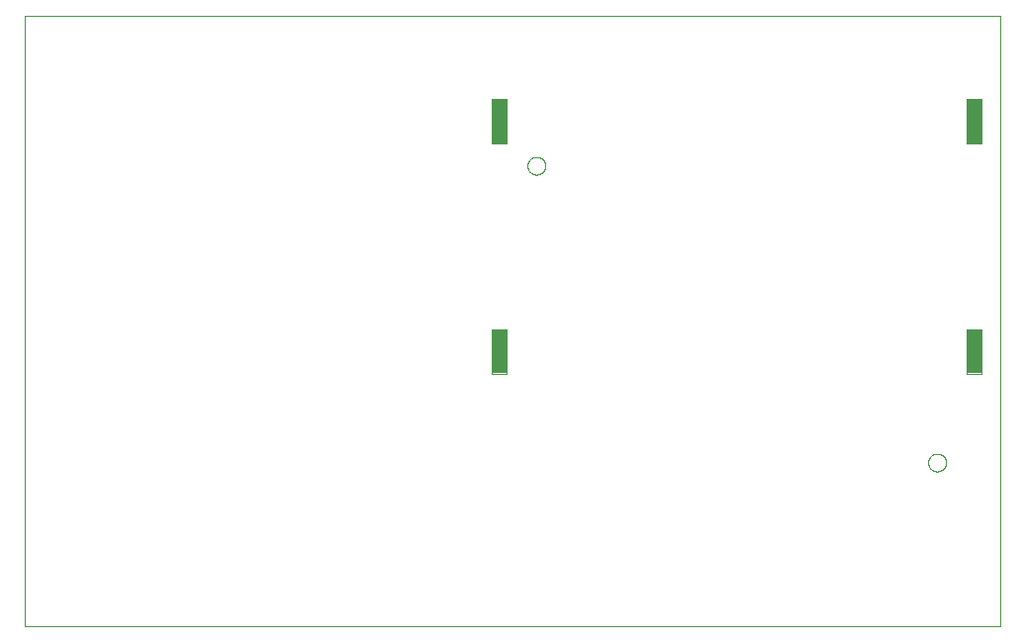
<source format=gko>
G75*
%MOIN*%
%OFA0B0*%
%FSLAX25Y25*%
%IPPOS*%
%LPD*%
%AMOC8*
5,1,8,0,0,1.08239X$1,22.5*
%
%ADD10C,0.00000*%
%ADD11R,0.05000X0.15000*%
D10*
X0001800Y0001800D02*
X0001800Y0207425D01*
X0330550Y0207425D01*
X0330550Y0001800D01*
X0001800Y0001800D01*
X0159300Y0086800D02*
X0159300Y0101800D01*
X0164300Y0101800D01*
X0164300Y0086800D01*
X0159300Y0086800D01*
X0171300Y0156800D02*
X0171302Y0156909D01*
X0171308Y0157018D01*
X0171318Y0157126D01*
X0171332Y0157234D01*
X0171349Y0157342D01*
X0171371Y0157449D01*
X0171396Y0157555D01*
X0171426Y0157659D01*
X0171459Y0157763D01*
X0171496Y0157866D01*
X0171536Y0157967D01*
X0171580Y0158066D01*
X0171628Y0158164D01*
X0171680Y0158261D01*
X0171734Y0158355D01*
X0171792Y0158447D01*
X0171854Y0158537D01*
X0171919Y0158624D01*
X0171986Y0158710D01*
X0172057Y0158793D01*
X0172131Y0158873D01*
X0172208Y0158950D01*
X0172287Y0159025D01*
X0172369Y0159096D01*
X0172454Y0159165D01*
X0172541Y0159230D01*
X0172630Y0159293D01*
X0172722Y0159351D01*
X0172816Y0159407D01*
X0172911Y0159459D01*
X0173009Y0159508D01*
X0173108Y0159553D01*
X0173209Y0159595D01*
X0173311Y0159632D01*
X0173414Y0159666D01*
X0173519Y0159697D01*
X0173625Y0159723D01*
X0173731Y0159746D01*
X0173839Y0159764D01*
X0173947Y0159779D01*
X0174055Y0159790D01*
X0174164Y0159797D01*
X0174273Y0159800D01*
X0174382Y0159799D01*
X0174491Y0159794D01*
X0174599Y0159785D01*
X0174707Y0159772D01*
X0174815Y0159755D01*
X0174922Y0159735D01*
X0175028Y0159710D01*
X0175133Y0159682D01*
X0175237Y0159650D01*
X0175340Y0159614D01*
X0175442Y0159574D01*
X0175542Y0159531D01*
X0175640Y0159484D01*
X0175737Y0159434D01*
X0175831Y0159380D01*
X0175924Y0159322D01*
X0176015Y0159262D01*
X0176103Y0159198D01*
X0176189Y0159131D01*
X0176272Y0159061D01*
X0176353Y0158988D01*
X0176431Y0158912D01*
X0176506Y0158833D01*
X0176579Y0158751D01*
X0176648Y0158667D01*
X0176714Y0158581D01*
X0176777Y0158492D01*
X0176837Y0158401D01*
X0176894Y0158308D01*
X0176947Y0158213D01*
X0176996Y0158116D01*
X0177042Y0158017D01*
X0177084Y0157917D01*
X0177123Y0157815D01*
X0177158Y0157711D01*
X0177189Y0157607D01*
X0177217Y0157502D01*
X0177240Y0157395D01*
X0177260Y0157288D01*
X0177276Y0157180D01*
X0177288Y0157072D01*
X0177296Y0156963D01*
X0177300Y0156854D01*
X0177300Y0156746D01*
X0177296Y0156637D01*
X0177288Y0156528D01*
X0177276Y0156420D01*
X0177260Y0156312D01*
X0177240Y0156205D01*
X0177217Y0156098D01*
X0177189Y0155993D01*
X0177158Y0155889D01*
X0177123Y0155785D01*
X0177084Y0155683D01*
X0177042Y0155583D01*
X0176996Y0155484D01*
X0176947Y0155387D01*
X0176894Y0155292D01*
X0176837Y0155199D01*
X0176777Y0155108D01*
X0176714Y0155019D01*
X0176648Y0154933D01*
X0176579Y0154849D01*
X0176506Y0154767D01*
X0176431Y0154688D01*
X0176353Y0154612D01*
X0176272Y0154539D01*
X0176189Y0154469D01*
X0176103Y0154402D01*
X0176015Y0154338D01*
X0175924Y0154278D01*
X0175831Y0154220D01*
X0175737Y0154166D01*
X0175640Y0154116D01*
X0175542Y0154069D01*
X0175442Y0154026D01*
X0175340Y0153986D01*
X0175237Y0153950D01*
X0175133Y0153918D01*
X0175028Y0153890D01*
X0174922Y0153865D01*
X0174815Y0153845D01*
X0174707Y0153828D01*
X0174599Y0153815D01*
X0174491Y0153806D01*
X0174382Y0153801D01*
X0174273Y0153800D01*
X0174164Y0153803D01*
X0174055Y0153810D01*
X0173947Y0153821D01*
X0173839Y0153836D01*
X0173731Y0153854D01*
X0173625Y0153877D01*
X0173519Y0153903D01*
X0173414Y0153934D01*
X0173311Y0153968D01*
X0173209Y0154005D01*
X0173108Y0154047D01*
X0173009Y0154092D01*
X0172911Y0154141D01*
X0172816Y0154193D01*
X0172722Y0154249D01*
X0172630Y0154307D01*
X0172541Y0154370D01*
X0172454Y0154435D01*
X0172369Y0154504D01*
X0172287Y0154575D01*
X0172208Y0154650D01*
X0172131Y0154727D01*
X0172057Y0154807D01*
X0171986Y0154890D01*
X0171919Y0154976D01*
X0171854Y0155063D01*
X0171792Y0155153D01*
X0171734Y0155245D01*
X0171680Y0155339D01*
X0171628Y0155436D01*
X0171580Y0155534D01*
X0171536Y0155633D01*
X0171496Y0155734D01*
X0171459Y0155837D01*
X0171426Y0155941D01*
X0171396Y0156045D01*
X0171371Y0156151D01*
X0171349Y0156258D01*
X0171332Y0156366D01*
X0171318Y0156474D01*
X0171308Y0156582D01*
X0171302Y0156691D01*
X0171300Y0156800D01*
X0164300Y0164300D02*
X0159300Y0164300D01*
X0159300Y0179300D01*
X0164300Y0179300D01*
X0164300Y0164300D01*
X0319300Y0164300D02*
X0324300Y0164300D01*
X0324300Y0179300D01*
X0319300Y0179300D01*
X0319300Y0164300D01*
X0319300Y0101800D02*
X0319300Y0086800D01*
X0324300Y0086800D01*
X0324300Y0101800D01*
X0319300Y0101800D01*
X0306300Y0056800D02*
X0306302Y0056909D01*
X0306308Y0057018D01*
X0306318Y0057126D01*
X0306332Y0057234D01*
X0306349Y0057342D01*
X0306371Y0057449D01*
X0306396Y0057555D01*
X0306426Y0057659D01*
X0306459Y0057763D01*
X0306496Y0057866D01*
X0306536Y0057967D01*
X0306580Y0058066D01*
X0306628Y0058164D01*
X0306680Y0058261D01*
X0306734Y0058355D01*
X0306792Y0058447D01*
X0306854Y0058537D01*
X0306919Y0058624D01*
X0306986Y0058710D01*
X0307057Y0058793D01*
X0307131Y0058873D01*
X0307208Y0058950D01*
X0307287Y0059025D01*
X0307369Y0059096D01*
X0307454Y0059165D01*
X0307541Y0059230D01*
X0307630Y0059293D01*
X0307722Y0059351D01*
X0307816Y0059407D01*
X0307911Y0059459D01*
X0308009Y0059508D01*
X0308108Y0059553D01*
X0308209Y0059595D01*
X0308311Y0059632D01*
X0308414Y0059666D01*
X0308519Y0059697D01*
X0308625Y0059723D01*
X0308731Y0059746D01*
X0308839Y0059764D01*
X0308947Y0059779D01*
X0309055Y0059790D01*
X0309164Y0059797D01*
X0309273Y0059800D01*
X0309382Y0059799D01*
X0309491Y0059794D01*
X0309599Y0059785D01*
X0309707Y0059772D01*
X0309815Y0059755D01*
X0309922Y0059735D01*
X0310028Y0059710D01*
X0310133Y0059682D01*
X0310237Y0059650D01*
X0310340Y0059614D01*
X0310442Y0059574D01*
X0310542Y0059531D01*
X0310640Y0059484D01*
X0310737Y0059434D01*
X0310831Y0059380D01*
X0310924Y0059322D01*
X0311015Y0059262D01*
X0311103Y0059198D01*
X0311189Y0059131D01*
X0311272Y0059061D01*
X0311353Y0058988D01*
X0311431Y0058912D01*
X0311506Y0058833D01*
X0311579Y0058751D01*
X0311648Y0058667D01*
X0311714Y0058581D01*
X0311777Y0058492D01*
X0311837Y0058401D01*
X0311894Y0058308D01*
X0311947Y0058213D01*
X0311996Y0058116D01*
X0312042Y0058017D01*
X0312084Y0057917D01*
X0312123Y0057815D01*
X0312158Y0057711D01*
X0312189Y0057607D01*
X0312217Y0057502D01*
X0312240Y0057395D01*
X0312260Y0057288D01*
X0312276Y0057180D01*
X0312288Y0057072D01*
X0312296Y0056963D01*
X0312300Y0056854D01*
X0312300Y0056746D01*
X0312296Y0056637D01*
X0312288Y0056528D01*
X0312276Y0056420D01*
X0312260Y0056312D01*
X0312240Y0056205D01*
X0312217Y0056098D01*
X0312189Y0055993D01*
X0312158Y0055889D01*
X0312123Y0055785D01*
X0312084Y0055683D01*
X0312042Y0055583D01*
X0311996Y0055484D01*
X0311947Y0055387D01*
X0311894Y0055292D01*
X0311837Y0055199D01*
X0311777Y0055108D01*
X0311714Y0055019D01*
X0311648Y0054933D01*
X0311579Y0054849D01*
X0311506Y0054767D01*
X0311431Y0054688D01*
X0311353Y0054612D01*
X0311272Y0054539D01*
X0311189Y0054469D01*
X0311103Y0054402D01*
X0311015Y0054338D01*
X0310924Y0054278D01*
X0310831Y0054220D01*
X0310737Y0054166D01*
X0310640Y0054116D01*
X0310542Y0054069D01*
X0310442Y0054026D01*
X0310340Y0053986D01*
X0310237Y0053950D01*
X0310133Y0053918D01*
X0310028Y0053890D01*
X0309922Y0053865D01*
X0309815Y0053845D01*
X0309707Y0053828D01*
X0309599Y0053815D01*
X0309491Y0053806D01*
X0309382Y0053801D01*
X0309273Y0053800D01*
X0309164Y0053803D01*
X0309055Y0053810D01*
X0308947Y0053821D01*
X0308839Y0053836D01*
X0308731Y0053854D01*
X0308625Y0053877D01*
X0308519Y0053903D01*
X0308414Y0053934D01*
X0308311Y0053968D01*
X0308209Y0054005D01*
X0308108Y0054047D01*
X0308009Y0054092D01*
X0307911Y0054141D01*
X0307816Y0054193D01*
X0307722Y0054249D01*
X0307630Y0054307D01*
X0307541Y0054370D01*
X0307454Y0054435D01*
X0307369Y0054504D01*
X0307287Y0054575D01*
X0307208Y0054650D01*
X0307131Y0054727D01*
X0307057Y0054807D01*
X0306986Y0054890D01*
X0306919Y0054976D01*
X0306854Y0055063D01*
X0306792Y0055153D01*
X0306734Y0055245D01*
X0306680Y0055339D01*
X0306628Y0055436D01*
X0306580Y0055534D01*
X0306536Y0055633D01*
X0306496Y0055734D01*
X0306459Y0055837D01*
X0306426Y0055941D01*
X0306396Y0056045D01*
X0306371Y0056151D01*
X0306349Y0056258D01*
X0306332Y0056366D01*
X0306318Y0056474D01*
X0306308Y0056582D01*
X0306302Y0056691D01*
X0306300Y0056800D01*
D11*
X0321800Y0094300D03*
X0321800Y0171800D03*
X0161800Y0171800D03*
X0161800Y0094300D03*
M02*

</source>
